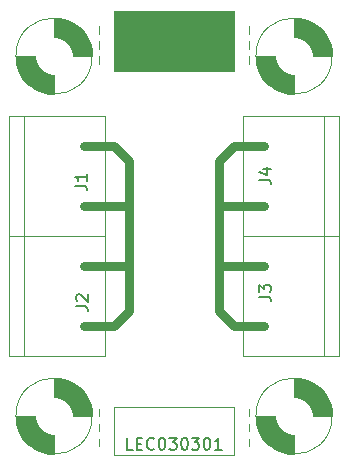
<source format=gto>
G04 #@! TF.GenerationSoftware,KiCad,Pcbnew,6.0.9-8da3e8f707~116~ubuntu20.04.1*
G04 #@! TF.CreationDate,2023-04-19T17:51:41+00:00*
G04 #@! TF.ProjectId,LEC030301,4c454330-3330-4333-9031-2e6b69636164,rev?*
G04 #@! TF.SameCoordinates,Original*
G04 #@! TF.FileFunction,Legend,Top*
G04 #@! TF.FilePolarity,Positive*
%FSLAX46Y46*%
G04 Gerber Fmt 4.6, Leading zero omitted, Abs format (unit mm)*
G04 Created by KiCad (PCBNEW 6.0.9-8da3e8f707~116~ubuntu20.04.1) date 2023-04-19 17:51:41*
%MOMM*%
%LPD*%
G01*
G04 APERTURE LIST*
%ADD10C,0.800000*%
%ADD11C,0.120000*%
%ADD12C,0.100000*%
%ADD13C,0.150000*%
%ADD14C,0.010000*%
G04 APERTURE END LIST*
D10*
X187960000Y-58420000D02*
X185420000Y-58420000D01*
X189230000Y-59690000D02*
X187960000Y-58420000D01*
X189230000Y-68580000D02*
X185420000Y-68580000D01*
X189230000Y-63500000D02*
X185420000Y-63500000D01*
X185420000Y-73660000D02*
X186690000Y-73660000D01*
X187960000Y-73660000D02*
X189230000Y-72390000D01*
X186690000Y-73660000D02*
X187960000Y-73660000D01*
D11*
X198120000Y-80510000D02*
X187960000Y-80510000D01*
D10*
X189230000Y-59690000D02*
X189230000Y-72390000D01*
X196850000Y-59690000D02*
X196850000Y-72390000D01*
X200660000Y-63500000D02*
X196850000Y-63500000D01*
X196850000Y-59690000D02*
X198120000Y-58420000D01*
X198120000Y-58420000D02*
X200660000Y-58420000D01*
D11*
X199390000Y-81280000D02*
X199390000Y-80645000D01*
X199390000Y-50800000D02*
X199390000Y-51435000D01*
D10*
X198120000Y-73660000D02*
X196850000Y-72390000D01*
D11*
X198120000Y-84590000D02*
X198120000Y-80510000D01*
X186690000Y-80645000D02*
X186690000Y-81280000D01*
X186690000Y-83185000D02*
X186690000Y-83820000D01*
X186690000Y-48260000D02*
X186690000Y-48895000D01*
X199390000Y-48260000D02*
X199390000Y-48895000D01*
D10*
X196850000Y-68580000D02*
X200660000Y-68580000D01*
D11*
X199390000Y-82550000D02*
X199390000Y-81915000D01*
D12*
G36*
X198120000Y-52070000D02*
G01*
X187960000Y-52070000D01*
X187960000Y-46990000D01*
X198120000Y-46990000D01*
X198120000Y-52070000D01*
G37*
X198120000Y-52070000D02*
X187960000Y-52070000D01*
X187960000Y-46990000D01*
X198120000Y-46990000D01*
X198120000Y-52070000D01*
D10*
X200660000Y-73660000D02*
X198120000Y-73660000D01*
D11*
X199390000Y-49530000D02*
X199390000Y-50165000D01*
X186690000Y-81915000D02*
X186690000Y-82550000D01*
X187960000Y-80510000D02*
X187960000Y-84590000D01*
X199390000Y-83820000D02*
X199390000Y-83185000D01*
X186690000Y-49530000D02*
X186690000Y-50165000D01*
X186690000Y-50800000D02*
X186690000Y-51435000D01*
X187960000Y-84590000D02*
X198120000Y-84590000D01*
D13*
X189540000Y-84132380D02*
X189063809Y-84132380D01*
X189063809Y-83132380D01*
X189873333Y-83608571D02*
X190206666Y-83608571D01*
X190349523Y-84132380D02*
X189873333Y-84132380D01*
X189873333Y-83132380D01*
X190349523Y-83132380D01*
X191349523Y-84037142D02*
X191301904Y-84084761D01*
X191159047Y-84132380D01*
X191063809Y-84132380D01*
X190920952Y-84084761D01*
X190825714Y-83989523D01*
X190778095Y-83894285D01*
X190730476Y-83703809D01*
X190730476Y-83560952D01*
X190778095Y-83370476D01*
X190825714Y-83275238D01*
X190920952Y-83180000D01*
X191063809Y-83132380D01*
X191159047Y-83132380D01*
X191301904Y-83180000D01*
X191349523Y-83227619D01*
X191968571Y-83132380D02*
X192063809Y-83132380D01*
X192159047Y-83180000D01*
X192206666Y-83227619D01*
X192254285Y-83322857D01*
X192301904Y-83513333D01*
X192301904Y-83751428D01*
X192254285Y-83941904D01*
X192206666Y-84037142D01*
X192159047Y-84084761D01*
X192063809Y-84132380D01*
X191968571Y-84132380D01*
X191873333Y-84084761D01*
X191825714Y-84037142D01*
X191778095Y-83941904D01*
X191730476Y-83751428D01*
X191730476Y-83513333D01*
X191778095Y-83322857D01*
X191825714Y-83227619D01*
X191873333Y-83180000D01*
X191968571Y-83132380D01*
X192635238Y-83132380D02*
X193254285Y-83132380D01*
X192920952Y-83513333D01*
X193063809Y-83513333D01*
X193159047Y-83560952D01*
X193206666Y-83608571D01*
X193254285Y-83703809D01*
X193254285Y-83941904D01*
X193206666Y-84037142D01*
X193159047Y-84084761D01*
X193063809Y-84132380D01*
X192778095Y-84132380D01*
X192682857Y-84084761D01*
X192635238Y-84037142D01*
X193873333Y-83132380D02*
X193968571Y-83132380D01*
X194063809Y-83180000D01*
X194111428Y-83227619D01*
X194159047Y-83322857D01*
X194206666Y-83513333D01*
X194206666Y-83751428D01*
X194159047Y-83941904D01*
X194111428Y-84037142D01*
X194063809Y-84084761D01*
X193968571Y-84132380D01*
X193873333Y-84132380D01*
X193778095Y-84084761D01*
X193730476Y-84037142D01*
X193682857Y-83941904D01*
X193635238Y-83751428D01*
X193635238Y-83513333D01*
X193682857Y-83322857D01*
X193730476Y-83227619D01*
X193778095Y-83180000D01*
X193873333Y-83132380D01*
X194540000Y-83132380D02*
X195159047Y-83132380D01*
X194825714Y-83513333D01*
X194968571Y-83513333D01*
X195063809Y-83560952D01*
X195111428Y-83608571D01*
X195159047Y-83703809D01*
X195159047Y-83941904D01*
X195111428Y-84037142D01*
X195063809Y-84084761D01*
X194968571Y-84132380D01*
X194682857Y-84132380D01*
X194587619Y-84084761D01*
X194540000Y-84037142D01*
X195778095Y-83132380D02*
X195873333Y-83132380D01*
X195968571Y-83180000D01*
X196016190Y-83227619D01*
X196063809Y-83322857D01*
X196111428Y-83513333D01*
X196111428Y-83751428D01*
X196063809Y-83941904D01*
X196016190Y-84037142D01*
X195968571Y-84084761D01*
X195873333Y-84132380D01*
X195778095Y-84132380D01*
X195682857Y-84084761D01*
X195635238Y-84037142D01*
X195587619Y-83941904D01*
X195540000Y-83751428D01*
X195540000Y-83513333D01*
X195587619Y-83322857D01*
X195635238Y-83227619D01*
X195682857Y-83180000D01*
X195778095Y-83132380D01*
X197063809Y-84132380D02*
X196492380Y-84132380D01*
X196778095Y-84132380D02*
X196778095Y-83132380D01*
X196682857Y-83275238D01*
X196587619Y-83370476D01*
X196492380Y-83418095D01*
G04 #@! TO.C,J3*
X200252380Y-71173333D02*
X200966666Y-71173333D01*
X201109523Y-71220952D01*
X201204761Y-71316190D01*
X201252380Y-71459047D01*
X201252380Y-71554285D01*
X200252380Y-70792380D02*
X200252380Y-70173333D01*
X200633333Y-70506666D01*
X200633333Y-70363809D01*
X200680952Y-70268571D01*
X200728571Y-70220952D01*
X200823809Y-70173333D01*
X201061904Y-70173333D01*
X201157142Y-70220952D01*
X201204761Y-70268571D01*
X201252380Y-70363809D01*
X201252380Y-70649523D01*
X201204761Y-70744761D01*
X201157142Y-70792380D01*
G04 #@! TO.C,J4*
X200252380Y-61273333D02*
X200966666Y-61273333D01*
X201109523Y-61320952D01*
X201204761Y-61416190D01*
X201252380Y-61559047D01*
X201252380Y-61654285D01*
X200585714Y-60368571D02*
X201252380Y-60368571D01*
X200204761Y-60606666D02*
X200919047Y-60844761D01*
X200919047Y-60225714D01*
G04 #@! TO.C,J1*
X184652380Y-61773333D02*
X185366666Y-61773333D01*
X185509523Y-61820952D01*
X185604761Y-61916190D01*
X185652380Y-62059047D01*
X185652380Y-62154285D01*
X185652380Y-60773333D02*
X185652380Y-61344761D01*
X185652380Y-61059047D02*
X184652380Y-61059047D01*
X184795238Y-61154285D01*
X184890476Y-61249523D01*
X184938095Y-61344761D01*
G04 #@! TO.C,J2*
X184752380Y-71973333D02*
X185466666Y-71973333D01*
X185609523Y-72020952D01*
X185704761Y-72116190D01*
X185752380Y-72259047D01*
X185752380Y-72354285D01*
X184847619Y-71544761D02*
X184800000Y-71497142D01*
X184752380Y-71401904D01*
X184752380Y-71163809D01*
X184800000Y-71068571D01*
X184847619Y-71020952D01*
X184942857Y-70973333D01*
X185038095Y-70973333D01*
X185180952Y-71020952D01*
X185752380Y-71592380D01*
X185752380Y-70973333D01*
D11*
G04 #@! TO.C,H3*
X206424903Y-81280000D02*
G75*
G03*
X206424903Y-81280000I-3224903J0D01*
G01*
G36*
X201600000Y-81380000D02*
G01*
X201700000Y-81780000D01*
X201900000Y-82180000D01*
X202300000Y-82580000D01*
X202700000Y-82780000D01*
X203100000Y-82880000D01*
X203200000Y-82880000D01*
X203200000Y-84504903D01*
X202700000Y-84480000D01*
X201700000Y-84180000D01*
X200900000Y-83580000D01*
X200400000Y-82880000D01*
X200100000Y-82180000D01*
X200000000Y-81780000D01*
X200000000Y-81280000D01*
X201600000Y-81280000D01*
X201600000Y-81380000D01*
G37*
D14*
X201600000Y-81380000D02*
X201700000Y-81780000D01*
X201900000Y-82180000D01*
X202300000Y-82580000D01*
X202700000Y-82780000D01*
X203100000Y-82880000D01*
X203200000Y-82880000D01*
X203200000Y-84504903D01*
X202700000Y-84480000D01*
X201700000Y-84180000D01*
X200900000Y-83580000D01*
X200400000Y-82880000D01*
X200100000Y-82180000D01*
X200000000Y-81780000D01*
X200000000Y-81280000D01*
X201600000Y-81280000D01*
X201600000Y-81380000D01*
G36*
X203700000Y-78080000D02*
G01*
X204700000Y-78380000D01*
X205500000Y-78980000D01*
X206000000Y-79680000D01*
X206300000Y-80380000D01*
X206400000Y-80780000D01*
X206400000Y-81280000D01*
X204800000Y-81280000D01*
X204800000Y-81180000D01*
X204700000Y-80780000D01*
X204500000Y-80380000D01*
X204100000Y-79980000D01*
X203700000Y-79780000D01*
X203300000Y-79680000D01*
X203200000Y-79680000D01*
X203200000Y-78055097D01*
X203700000Y-78080000D01*
G37*
X203700000Y-78080000D02*
X204700000Y-78380000D01*
X205500000Y-78980000D01*
X206000000Y-79680000D01*
X206300000Y-80380000D01*
X206400000Y-80780000D01*
X206400000Y-81280000D01*
X204800000Y-81280000D01*
X204800000Y-81180000D01*
X204700000Y-80780000D01*
X204500000Y-80380000D01*
X204100000Y-79980000D01*
X203700000Y-79780000D01*
X203300000Y-79680000D01*
X203200000Y-79680000D01*
X203200000Y-78055097D01*
X203700000Y-78080000D01*
D11*
G04 #@! TO.C,H4*
X206424903Y-50800000D02*
G75*
G03*
X206424903Y-50800000I-3224903J0D01*
G01*
G36*
X201600000Y-50900000D02*
G01*
X201700000Y-51300000D01*
X201900000Y-51700000D01*
X202300000Y-52100000D01*
X202700000Y-52300000D01*
X203100000Y-52400000D01*
X203200000Y-52400000D01*
X203200000Y-54024903D01*
X202700000Y-54000000D01*
X201700000Y-53700000D01*
X200900000Y-53100000D01*
X200400000Y-52400000D01*
X200100000Y-51700000D01*
X200000000Y-51300000D01*
X200000000Y-50800000D01*
X201600000Y-50800000D01*
X201600000Y-50900000D01*
G37*
D14*
X201600000Y-50900000D02*
X201700000Y-51300000D01*
X201900000Y-51700000D01*
X202300000Y-52100000D01*
X202700000Y-52300000D01*
X203100000Y-52400000D01*
X203200000Y-52400000D01*
X203200000Y-54024903D01*
X202700000Y-54000000D01*
X201700000Y-53700000D01*
X200900000Y-53100000D01*
X200400000Y-52400000D01*
X200100000Y-51700000D01*
X200000000Y-51300000D01*
X200000000Y-50800000D01*
X201600000Y-50800000D01*
X201600000Y-50900000D01*
G36*
X203700000Y-47600000D02*
G01*
X204700000Y-47900000D01*
X205500000Y-48500000D01*
X206000000Y-49200000D01*
X206300000Y-49900000D01*
X206400000Y-50300000D01*
X206400000Y-50800000D01*
X204800000Y-50800000D01*
X204800000Y-50700000D01*
X204700000Y-50300000D01*
X204500000Y-49900000D01*
X204100000Y-49500000D01*
X203700000Y-49300000D01*
X203300000Y-49200000D01*
X203200000Y-49200000D01*
X203200000Y-47575097D01*
X203700000Y-47600000D01*
G37*
X203700000Y-47600000D02*
X204700000Y-47900000D01*
X205500000Y-48500000D01*
X206000000Y-49200000D01*
X206300000Y-49900000D01*
X206400000Y-50300000D01*
X206400000Y-50800000D01*
X204800000Y-50800000D01*
X204800000Y-50700000D01*
X204700000Y-50300000D01*
X204500000Y-49900000D01*
X204100000Y-49500000D01*
X203700000Y-49300000D01*
X203300000Y-49200000D01*
X203200000Y-49200000D01*
X203200000Y-47575097D01*
X203700000Y-47600000D01*
D11*
G04 #@! TO.C,J3*
X198890000Y-76200000D02*
X207010000Y-76200000D01*
X207010000Y-66040000D02*
X198890000Y-66040000D01*
X198890000Y-66040000D02*
X198890000Y-76200000D01*
X205740000Y-66040000D02*
X205740000Y-76200000D01*
X207010000Y-76200000D02*
X207010000Y-66040000D01*
G04 #@! TO.C,J4*
X198890000Y-66040000D02*
X207010000Y-66040000D01*
X207010000Y-55880000D02*
X198890000Y-55880000D01*
X205740000Y-55880000D02*
X205740000Y-66040000D01*
X198890000Y-55880000D02*
X198890000Y-66040000D01*
X207010000Y-66040000D02*
X207010000Y-55880000D01*
G04 #@! TO.C,H2*
X186104903Y-50800000D02*
G75*
G03*
X186104903Y-50800000I-3224903J0D01*
G01*
G36*
X183380000Y-47600000D02*
G01*
X184380000Y-47900000D01*
X185180000Y-48500000D01*
X185680000Y-49200000D01*
X185980000Y-49900000D01*
X186080000Y-50300000D01*
X186080000Y-50800000D01*
X184480000Y-50800000D01*
X184480000Y-50700000D01*
X184380000Y-50300000D01*
X184180000Y-49900000D01*
X183780000Y-49500000D01*
X183380000Y-49300000D01*
X182980000Y-49200000D01*
X182880000Y-49200000D01*
X182880000Y-47575097D01*
X183380000Y-47600000D01*
G37*
D14*
X183380000Y-47600000D02*
X184380000Y-47900000D01*
X185180000Y-48500000D01*
X185680000Y-49200000D01*
X185980000Y-49900000D01*
X186080000Y-50300000D01*
X186080000Y-50800000D01*
X184480000Y-50800000D01*
X184480000Y-50700000D01*
X184380000Y-50300000D01*
X184180000Y-49900000D01*
X183780000Y-49500000D01*
X183380000Y-49300000D01*
X182980000Y-49200000D01*
X182880000Y-49200000D01*
X182880000Y-47575097D01*
X183380000Y-47600000D01*
G36*
X181280000Y-50900000D02*
G01*
X181380000Y-51300000D01*
X181580000Y-51700000D01*
X181980000Y-52100000D01*
X182380000Y-52300000D01*
X182780000Y-52400000D01*
X182880000Y-52400000D01*
X182880000Y-54024903D01*
X182380000Y-54000000D01*
X181380000Y-53700000D01*
X180580000Y-53100000D01*
X180080000Y-52400000D01*
X179780000Y-51700000D01*
X179680000Y-51300000D01*
X179680000Y-50800000D01*
X181280000Y-50800000D01*
X181280000Y-50900000D01*
G37*
X181280000Y-50900000D02*
X181380000Y-51300000D01*
X181580000Y-51700000D01*
X181980000Y-52100000D01*
X182380000Y-52300000D01*
X182780000Y-52400000D01*
X182880000Y-52400000D01*
X182880000Y-54024903D01*
X182380000Y-54000000D01*
X181380000Y-53700000D01*
X180580000Y-53100000D01*
X180080000Y-52400000D01*
X179780000Y-51700000D01*
X179680000Y-51300000D01*
X179680000Y-50800000D01*
X181280000Y-50800000D01*
X181280000Y-50900000D01*
D11*
G04 #@! TO.C,H1*
X186104903Y-81280000D02*
G75*
G03*
X186104903Y-81280000I-3224903J0D01*
G01*
G36*
X183380000Y-78080000D02*
G01*
X184380000Y-78380000D01*
X185180000Y-78980000D01*
X185680000Y-79680000D01*
X185980000Y-80380000D01*
X186080000Y-80780000D01*
X186080000Y-81280000D01*
X184480000Y-81280000D01*
X184480000Y-81180000D01*
X184380000Y-80780000D01*
X184180000Y-80380000D01*
X183780000Y-79980000D01*
X183380000Y-79780000D01*
X182980000Y-79680000D01*
X182880000Y-79680000D01*
X182880000Y-78055097D01*
X183380000Y-78080000D01*
G37*
D14*
X183380000Y-78080000D02*
X184380000Y-78380000D01*
X185180000Y-78980000D01*
X185680000Y-79680000D01*
X185980000Y-80380000D01*
X186080000Y-80780000D01*
X186080000Y-81280000D01*
X184480000Y-81280000D01*
X184480000Y-81180000D01*
X184380000Y-80780000D01*
X184180000Y-80380000D01*
X183780000Y-79980000D01*
X183380000Y-79780000D01*
X182980000Y-79680000D01*
X182880000Y-79680000D01*
X182880000Y-78055097D01*
X183380000Y-78080000D01*
G36*
X181280000Y-81380000D02*
G01*
X181380000Y-81780000D01*
X181580000Y-82180000D01*
X181980000Y-82580000D01*
X182380000Y-82780000D01*
X182780000Y-82880000D01*
X182880000Y-82880000D01*
X182880000Y-84504903D01*
X182380000Y-84480000D01*
X181380000Y-84180000D01*
X180580000Y-83580000D01*
X180080000Y-82880000D01*
X179780000Y-82180000D01*
X179680000Y-81780000D01*
X179680000Y-81280000D01*
X181280000Y-81280000D01*
X181280000Y-81380000D01*
G37*
X181280000Y-81380000D02*
X181380000Y-81780000D01*
X181580000Y-82180000D01*
X181980000Y-82580000D01*
X182380000Y-82780000D01*
X182780000Y-82880000D01*
X182880000Y-82880000D01*
X182880000Y-84504903D01*
X182380000Y-84480000D01*
X181380000Y-84180000D01*
X180580000Y-83580000D01*
X180080000Y-82880000D01*
X179780000Y-82180000D01*
X179680000Y-81780000D01*
X179680000Y-81280000D01*
X181280000Y-81280000D01*
X181280000Y-81380000D01*
D11*
G04 #@! TO.C,J1*
X187180000Y-66040000D02*
X187180000Y-55880000D01*
X187180000Y-55860000D02*
X179070000Y-55880000D01*
X179070000Y-55880000D02*
X179070000Y-66040000D01*
X179070000Y-66040000D02*
X187180000Y-66040000D01*
X180340000Y-66040000D02*
X180340000Y-55880000D01*
G04 #@! TO.C,J2*
X180340000Y-76200000D02*
X180340000Y-66040000D01*
X179070000Y-76200000D02*
X187180000Y-76200000D01*
X179070000Y-66040000D02*
X179070000Y-76200000D01*
X187180000Y-76200000D02*
X187180000Y-66040000D01*
X187180000Y-66020000D02*
X179070000Y-66040000D01*
G04 #@! TD*
M02*

</source>
